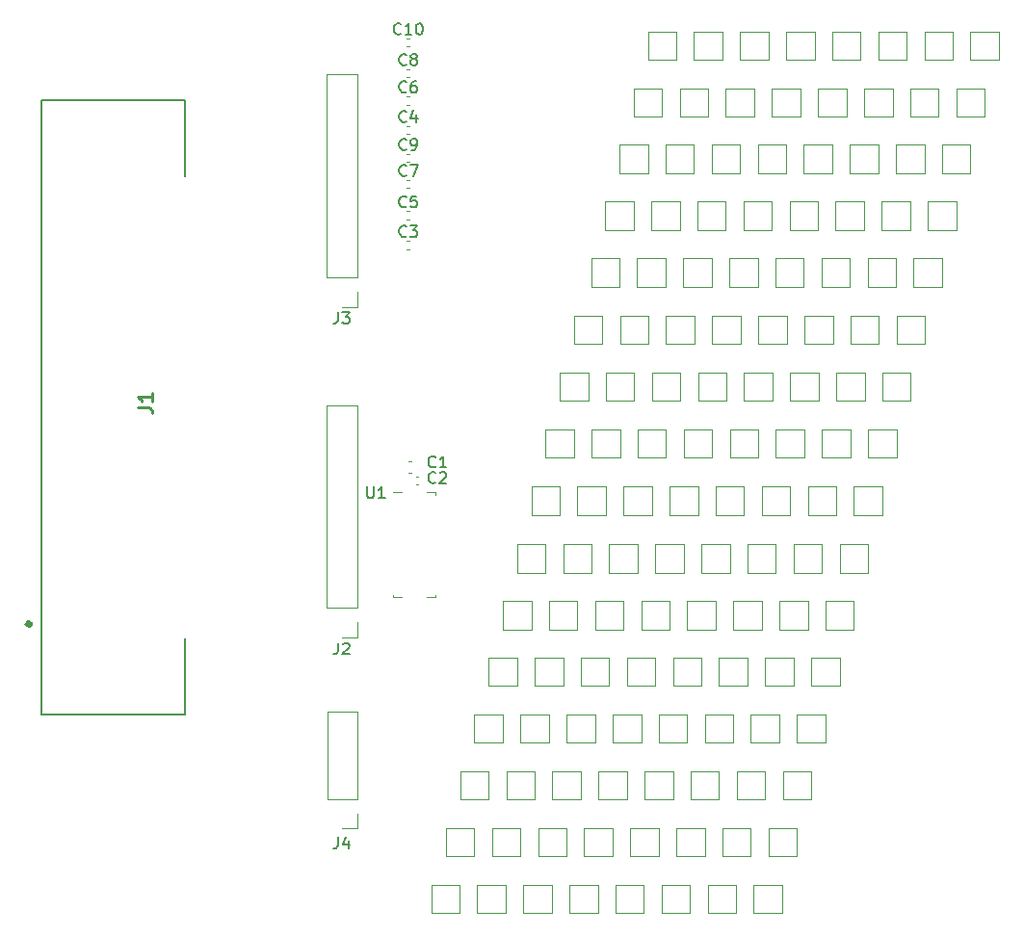
<source format=gbr>
%TF.GenerationSoftware,KiCad,Pcbnew,7.0.1*%
%TF.CreationDate,2023-03-19T16:13:32+09:00*%
%TF.ProjectId,keypad16,6b657970-6164-4313-962e-6b696361645f,rev?*%
%TF.SameCoordinates,Original*%
%TF.FileFunction,Legend,Top*%
%TF.FilePolarity,Positive*%
%FSLAX46Y46*%
G04 Gerber Fmt 4.6, Leading zero omitted, Abs format (unit mm)*
G04 Created by KiCad (PCBNEW 7.0.1) date 2023-03-19 16:13:32*
%MOMM*%
%LPD*%
G01*
G04 APERTURE LIST*
%ADD10C,0.150000*%
%ADD11C,0.254000*%
%ADD12C,0.100000*%
%ADD13C,0.120000*%
%ADD14C,0.200000*%
%ADD15C,0.500000*%
G04 APERTURE END LIST*
D10*
%TO.C,J3*%
X51666666Y-70702619D02*
X51666666Y-71416904D01*
X51666666Y-71416904D02*
X51619047Y-71559761D01*
X51619047Y-71559761D02*
X51523809Y-71655000D01*
X51523809Y-71655000D02*
X51380952Y-71702619D01*
X51380952Y-71702619D02*
X51285714Y-71702619D01*
X52047619Y-70702619D02*
X52666666Y-70702619D01*
X52666666Y-70702619D02*
X52333333Y-71083571D01*
X52333333Y-71083571D02*
X52476190Y-71083571D01*
X52476190Y-71083571D02*
X52571428Y-71131190D01*
X52571428Y-71131190D02*
X52619047Y-71178809D01*
X52619047Y-71178809D02*
X52666666Y-71274047D01*
X52666666Y-71274047D02*
X52666666Y-71512142D01*
X52666666Y-71512142D02*
X52619047Y-71607380D01*
X52619047Y-71607380D02*
X52571428Y-71655000D01*
X52571428Y-71655000D02*
X52476190Y-71702619D01*
X52476190Y-71702619D02*
X52190476Y-71702619D01*
X52190476Y-71702619D02*
X52095238Y-71655000D01*
X52095238Y-71655000D02*
X52047619Y-71607380D01*
%TO.C,C1*%
X60233333Y-84267380D02*
X60185714Y-84315000D01*
X60185714Y-84315000D02*
X60042857Y-84362619D01*
X60042857Y-84362619D02*
X59947619Y-84362619D01*
X59947619Y-84362619D02*
X59804762Y-84315000D01*
X59804762Y-84315000D02*
X59709524Y-84219761D01*
X59709524Y-84219761D02*
X59661905Y-84124523D01*
X59661905Y-84124523D02*
X59614286Y-83934047D01*
X59614286Y-83934047D02*
X59614286Y-83791190D01*
X59614286Y-83791190D02*
X59661905Y-83600714D01*
X59661905Y-83600714D02*
X59709524Y-83505476D01*
X59709524Y-83505476D02*
X59804762Y-83410238D01*
X59804762Y-83410238D02*
X59947619Y-83362619D01*
X59947619Y-83362619D02*
X60042857Y-83362619D01*
X60042857Y-83362619D02*
X60185714Y-83410238D01*
X60185714Y-83410238D02*
X60233333Y-83457857D01*
X61185714Y-84362619D02*
X60614286Y-84362619D01*
X60900000Y-84362619D02*
X60900000Y-83362619D01*
X60900000Y-83362619D02*
X60804762Y-83505476D01*
X60804762Y-83505476D02*
X60709524Y-83600714D01*
X60709524Y-83600714D02*
X60614286Y-83648333D01*
%TO.C,U1*%
X54238095Y-86062619D02*
X54238095Y-86872142D01*
X54238095Y-86872142D02*
X54285714Y-86967380D01*
X54285714Y-86967380D02*
X54333333Y-87015000D01*
X54333333Y-87015000D02*
X54428571Y-87062619D01*
X54428571Y-87062619D02*
X54619047Y-87062619D01*
X54619047Y-87062619D02*
X54714285Y-87015000D01*
X54714285Y-87015000D02*
X54761904Y-86967380D01*
X54761904Y-86967380D02*
X54809523Y-86872142D01*
X54809523Y-86872142D02*
X54809523Y-86062619D01*
X55809523Y-87062619D02*
X55238095Y-87062619D01*
X55523809Y-87062619D02*
X55523809Y-86062619D01*
X55523809Y-86062619D02*
X55428571Y-86205476D01*
X55428571Y-86205476D02*
X55333333Y-86300714D01*
X55333333Y-86300714D02*
X55238095Y-86348333D01*
%TO.C,J4*%
X51666666Y-116862619D02*
X51666666Y-117576904D01*
X51666666Y-117576904D02*
X51619047Y-117719761D01*
X51619047Y-117719761D02*
X51523809Y-117815000D01*
X51523809Y-117815000D02*
X51380952Y-117862619D01*
X51380952Y-117862619D02*
X51285714Y-117862619D01*
X52571428Y-117195952D02*
X52571428Y-117862619D01*
X52333333Y-116815000D02*
X52095238Y-117529285D01*
X52095238Y-117529285D02*
X52714285Y-117529285D01*
%TO.C,C6*%
X57663333Y-51307380D02*
X57615714Y-51355000D01*
X57615714Y-51355000D02*
X57472857Y-51402619D01*
X57472857Y-51402619D02*
X57377619Y-51402619D01*
X57377619Y-51402619D02*
X57234762Y-51355000D01*
X57234762Y-51355000D02*
X57139524Y-51259761D01*
X57139524Y-51259761D02*
X57091905Y-51164523D01*
X57091905Y-51164523D02*
X57044286Y-50974047D01*
X57044286Y-50974047D02*
X57044286Y-50831190D01*
X57044286Y-50831190D02*
X57091905Y-50640714D01*
X57091905Y-50640714D02*
X57139524Y-50545476D01*
X57139524Y-50545476D02*
X57234762Y-50450238D01*
X57234762Y-50450238D02*
X57377619Y-50402619D01*
X57377619Y-50402619D02*
X57472857Y-50402619D01*
X57472857Y-50402619D02*
X57615714Y-50450238D01*
X57615714Y-50450238D02*
X57663333Y-50497857D01*
X58520476Y-50402619D02*
X58330000Y-50402619D01*
X58330000Y-50402619D02*
X58234762Y-50450238D01*
X58234762Y-50450238D02*
X58187143Y-50497857D01*
X58187143Y-50497857D02*
X58091905Y-50640714D01*
X58091905Y-50640714D02*
X58044286Y-50831190D01*
X58044286Y-50831190D02*
X58044286Y-51212142D01*
X58044286Y-51212142D02*
X58091905Y-51307380D01*
X58091905Y-51307380D02*
X58139524Y-51355000D01*
X58139524Y-51355000D02*
X58234762Y-51402619D01*
X58234762Y-51402619D02*
X58425238Y-51402619D01*
X58425238Y-51402619D02*
X58520476Y-51355000D01*
X58520476Y-51355000D02*
X58568095Y-51307380D01*
X58568095Y-51307380D02*
X58615714Y-51212142D01*
X58615714Y-51212142D02*
X58615714Y-50974047D01*
X58615714Y-50974047D02*
X58568095Y-50878809D01*
X58568095Y-50878809D02*
X58520476Y-50831190D01*
X58520476Y-50831190D02*
X58425238Y-50783571D01*
X58425238Y-50783571D02*
X58234762Y-50783571D01*
X58234762Y-50783571D02*
X58139524Y-50831190D01*
X58139524Y-50831190D02*
X58091905Y-50878809D01*
X58091905Y-50878809D02*
X58044286Y-50974047D01*
%TO.C,J2*%
X51666666Y-99782619D02*
X51666666Y-100496904D01*
X51666666Y-100496904D02*
X51619047Y-100639761D01*
X51619047Y-100639761D02*
X51523809Y-100735000D01*
X51523809Y-100735000D02*
X51380952Y-100782619D01*
X51380952Y-100782619D02*
X51285714Y-100782619D01*
X52095238Y-99877857D02*
X52142857Y-99830238D01*
X52142857Y-99830238D02*
X52238095Y-99782619D01*
X52238095Y-99782619D02*
X52476190Y-99782619D01*
X52476190Y-99782619D02*
X52571428Y-99830238D01*
X52571428Y-99830238D02*
X52619047Y-99877857D01*
X52619047Y-99877857D02*
X52666666Y-99973095D01*
X52666666Y-99973095D02*
X52666666Y-100068333D01*
X52666666Y-100068333D02*
X52619047Y-100211190D01*
X52619047Y-100211190D02*
X52047619Y-100782619D01*
X52047619Y-100782619D02*
X52666666Y-100782619D01*
%TO.C,C10*%
X57187142Y-46207380D02*
X57139523Y-46255000D01*
X57139523Y-46255000D02*
X56996666Y-46302619D01*
X56996666Y-46302619D02*
X56901428Y-46302619D01*
X56901428Y-46302619D02*
X56758571Y-46255000D01*
X56758571Y-46255000D02*
X56663333Y-46159761D01*
X56663333Y-46159761D02*
X56615714Y-46064523D01*
X56615714Y-46064523D02*
X56568095Y-45874047D01*
X56568095Y-45874047D02*
X56568095Y-45731190D01*
X56568095Y-45731190D02*
X56615714Y-45540714D01*
X56615714Y-45540714D02*
X56663333Y-45445476D01*
X56663333Y-45445476D02*
X56758571Y-45350238D01*
X56758571Y-45350238D02*
X56901428Y-45302619D01*
X56901428Y-45302619D02*
X56996666Y-45302619D01*
X56996666Y-45302619D02*
X57139523Y-45350238D01*
X57139523Y-45350238D02*
X57187142Y-45397857D01*
X58139523Y-46302619D02*
X57568095Y-46302619D01*
X57853809Y-46302619D02*
X57853809Y-45302619D01*
X57853809Y-45302619D02*
X57758571Y-45445476D01*
X57758571Y-45445476D02*
X57663333Y-45540714D01*
X57663333Y-45540714D02*
X57568095Y-45588333D01*
X58758571Y-45302619D02*
X58853809Y-45302619D01*
X58853809Y-45302619D02*
X58949047Y-45350238D01*
X58949047Y-45350238D02*
X58996666Y-45397857D01*
X58996666Y-45397857D02*
X59044285Y-45493095D01*
X59044285Y-45493095D02*
X59091904Y-45683571D01*
X59091904Y-45683571D02*
X59091904Y-45921666D01*
X59091904Y-45921666D02*
X59044285Y-46112142D01*
X59044285Y-46112142D02*
X58996666Y-46207380D01*
X58996666Y-46207380D02*
X58949047Y-46255000D01*
X58949047Y-46255000D02*
X58853809Y-46302619D01*
X58853809Y-46302619D02*
X58758571Y-46302619D01*
X58758571Y-46302619D02*
X58663333Y-46255000D01*
X58663333Y-46255000D02*
X58615714Y-46207380D01*
X58615714Y-46207380D02*
X58568095Y-46112142D01*
X58568095Y-46112142D02*
X58520476Y-45921666D01*
X58520476Y-45921666D02*
X58520476Y-45683571D01*
X58520476Y-45683571D02*
X58568095Y-45493095D01*
X58568095Y-45493095D02*
X58615714Y-45397857D01*
X58615714Y-45397857D02*
X58663333Y-45350238D01*
X58663333Y-45350238D02*
X58758571Y-45302619D01*
D11*
%TO.C,J1*%
X34063526Y-79083332D02*
X34970669Y-79083332D01*
X34970669Y-79083332D02*
X35152097Y-79143809D01*
X35152097Y-79143809D02*
X35273050Y-79264761D01*
X35273050Y-79264761D02*
X35333526Y-79446190D01*
X35333526Y-79446190D02*
X35333526Y-79567142D01*
X35333526Y-77813332D02*
X35333526Y-78539047D01*
X35333526Y-78176190D02*
X34063526Y-78176190D01*
X34063526Y-78176190D02*
X34244954Y-78297142D01*
X34244954Y-78297142D02*
X34365907Y-78418094D01*
X34365907Y-78418094D02*
X34426383Y-78539047D01*
D10*
%TO.C,C4*%
X57663333Y-53907380D02*
X57615714Y-53955000D01*
X57615714Y-53955000D02*
X57472857Y-54002619D01*
X57472857Y-54002619D02*
X57377619Y-54002619D01*
X57377619Y-54002619D02*
X57234762Y-53955000D01*
X57234762Y-53955000D02*
X57139524Y-53859761D01*
X57139524Y-53859761D02*
X57091905Y-53764523D01*
X57091905Y-53764523D02*
X57044286Y-53574047D01*
X57044286Y-53574047D02*
X57044286Y-53431190D01*
X57044286Y-53431190D02*
X57091905Y-53240714D01*
X57091905Y-53240714D02*
X57139524Y-53145476D01*
X57139524Y-53145476D02*
X57234762Y-53050238D01*
X57234762Y-53050238D02*
X57377619Y-53002619D01*
X57377619Y-53002619D02*
X57472857Y-53002619D01*
X57472857Y-53002619D02*
X57615714Y-53050238D01*
X57615714Y-53050238D02*
X57663333Y-53097857D01*
X58520476Y-53335952D02*
X58520476Y-54002619D01*
X58282381Y-52955000D02*
X58044286Y-53669285D01*
X58044286Y-53669285D02*
X58663333Y-53669285D01*
%TO.C,C5*%
X57663333Y-61407380D02*
X57615714Y-61455000D01*
X57615714Y-61455000D02*
X57472857Y-61502619D01*
X57472857Y-61502619D02*
X57377619Y-61502619D01*
X57377619Y-61502619D02*
X57234762Y-61455000D01*
X57234762Y-61455000D02*
X57139524Y-61359761D01*
X57139524Y-61359761D02*
X57091905Y-61264523D01*
X57091905Y-61264523D02*
X57044286Y-61074047D01*
X57044286Y-61074047D02*
X57044286Y-60931190D01*
X57044286Y-60931190D02*
X57091905Y-60740714D01*
X57091905Y-60740714D02*
X57139524Y-60645476D01*
X57139524Y-60645476D02*
X57234762Y-60550238D01*
X57234762Y-60550238D02*
X57377619Y-60502619D01*
X57377619Y-60502619D02*
X57472857Y-60502619D01*
X57472857Y-60502619D02*
X57615714Y-60550238D01*
X57615714Y-60550238D02*
X57663333Y-60597857D01*
X58568095Y-60502619D02*
X58091905Y-60502619D01*
X58091905Y-60502619D02*
X58044286Y-60978809D01*
X58044286Y-60978809D02*
X58091905Y-60931190D01*
X58091905Y-60931190D02*
X58187143Y-60883571D01*
X58187143Y-60883571D02*
X58425238Y-60883571D01*
X58425238Y-60883571D02*
X58520476Y-60931190D01*
X58520476Y-60931190D02*
X58568095Y-60978809D01*
X58568095Y-60978809D02*
X58615714Y-61074047D01*
X58615714Y-61074047D02*
X58615714Y-61312142D01*
X58615714Y-61312142D02*
X58568095Y-61407380D01*
X58568095Y-61407380D02*
X58520476Y-61455000D01*
X58520476Y-61455000D02*
X58425238Y-61502619D01*
X58425238Y-61502619D02*
X58187143Y-61502619D01*
X58187143Y-61502619D02*
X58091905Y-61455000D01*
X58091905Y-61455000D02*
X58044286Y-61407380D01*
%TO.C,C3*%
X57663333Y-64007380D02*
X57615714Y-64055000D01*
X57615714Y-64055000D02*
X57472857Y-64102619D01*
X57472857Y-64102619D02*
X57377619Y-64102619D01*
X57377619Y-64102619D02*
X57234762Y-64055000D01*
X57234762Y-64055000D02*
X57139524Y-63959761D01*
X57139524Y-63959761D02*
X57091905Y-63864523D01*
X57091905Y-63864523D02*
X57044286Y-63674047D01*
X57044286Y-63674047D02*
X57044286Y-63531190D01*
X57044286Y-63531190D02*
X57091905Y-63340714D01*
X57091905Y-63340714D02*
X57139524Y-63245476D01*
X57139524Y-63245476D02*
X57234762Y-63150238D01*
X57234762Y-63150238D02*
X57377619Y-63102619D01*
X57377619Y-63102619D02*
X57472857Y-63102619D01*
X57472857Y-63102619D02*
X57615714Y-63150238D01*
X57615714Y-63150238D02*
X57663333Y-63197857D01*
X57996667Y-63102619D02*
X58615714Y-63102619D01*
X58615714Y-63102619D02*
X58282381Y-63483571D01*
X58282381Y-63483571D02*
X58425238Y-63483571D01*
X58425238Y-63483571D02*
X58520476Y-63531190D01*
X58520476Y-63531190D02*
X58568095Y-63578809D01*
X58568095Y-63578809D02*
X58615714Y-63674047D01*
X58615714Y-63674047D02*
X58615714Y-63912142D01*
X58615714Y-63912142D02*
X58568095Y-64007380D01*
X58568095Y-64007380D02*
X58520476Y-64055000D01*
X58520476Y-64055000D02*
X58425238Y-64102619D01*
X58425238Y-64102619D02*
X58139524Y-64102619D01*
X58139524Y-64102619D02*
X58044286Y-64055000D01*
X58044286Y-64055000D02*
X57996667Y-64007380D01*
%TO.C,C8*%
X57663333Y-48907380D02*
X57615714Y-48955000D01*
X57615714Y-48955000D02*
X57472857Y-49002619D01*
X57472857Y-49002619D02*
X57377619Y-49002619D01*
X57377619Y-49002619D02*
X57234762Y-48955000D01*
X57234762Y-48955000D02*
X57139524Y-48859761D01*
X57139524Y-48859761D02*
X57091905Y-48764523D01*
X57091905Y-48764523D02*
X57044286Y-48574047D01*
X57044286Y-48574047D02*
X57044286Y-48431190D01*
X57044286Y-48431190D02*
X57091905Y-48240714D01*
X57091905Y-48240714D02*
X57139524Y-48145476D01*
X57139524Y-48145476D02*
X57234762Y-48050238D01*
X57234762Y-48050238D02*
X57377619Y-48002619D01*
X57377619Y-48002619D02*
X57472857Y-48002619D01*
X57472857Y-48002619D02*
X57615714Y-48050238D01*
X57615714Y-48050238D02*
X57663333Y-48097857D01*
X58234762Y-48431190D02*
X58139524Y-48383571D01*
X58139524Y-48383571D02*
X58091905Y-48335952D01*
X58091905Y-48335952D02*
X58044286Y-48240714D01*
X58044286Y-48240714D02*
X58044286Y-48193095D01*
X58044286Y-48193095D02*
X58091905Y-48097857D01*
X58091905Y-48097857D02*
X58139524Y-48050238D01*
X58139524Y-48050238D02*
X58234762Y-48002619D01*
X58234762Y-48002619D02*
X58425238Y-48002619D01*
X58425238Y-48002619D02*
X58520476Y-48050238D01*
X58520476Y-48050238D02*
X58568095Y-48097857D01*
X58568095Y-48097857D02*
X58615714Y-48193095D01*
X58615714Y-48193095D02*
X58615714Y-48240714D01*
X58615714Y-48240714D02*
X58568095Y-48335952D01*
X58568095Y-48335952D02*
X58520476Y-48383571D01*
X58520476Y-48383571D02*
X58425238Y-48431190D01*
X58425238Y-48431190D02*
X58234762Y-48431190D01*
X58234762Y-48431190D02*
X58139524Y-48478809D01*
X58139524Y-48478809D02*
X58091905Y-48526428D01*
X58091905Y-48526428D02*
X58044286Y-48621666D01*
X58044286Y-48621666D02*
X58044286Y-48812142D01*
X58044286Y-48812142D02*
X58091905Y-48907380D01*
X58091905Y-48907380D02*
X58139524Y-48955000D01*
X58139524Y-48955000D02*
X58234762Y-49002619D01*
X58234762Y-49002619D02*
X58425238Y-49002619D01*
X58425238Y-49002619D02*
X58520476Y-48955000D01*
X58520476Y-48955000D02*
X58568095Y-48907380D01*
X58568095Y-48907380D02*
X58615714Y-48812142D01*
X58615714Y-48812142D02*
X58615714Y-48621666D01*
X58615714Y-48621666D02*
X58568095Y-48526428D01*
X58568095Y-48526428D02*
X58520476Y-48478809D01*
X58520476Y-48478809D02*
X58425238Y-48431190D01*
%TO.C,C7*%
X57663333Y-58657380D02*
X57615714Y-58705000D01*
X57615714Y-58705000D02*
X57472857Y-58752619D01*
X57472857Y-58752619D02*
X57377619Y-58752619D01*
X57377619Y-58752619D02*
X57234762Y-58705000D01*
X57234762Y-58705000D02*
X57139524Y-58609761D01*
X57139524Y-58609761D02*
X57091905Y-58514523D01*
X57091905Y-58514523D02*
X57044286Y-58324047D01*
X57044286Y-58324047D02*
X57044286Y-58181190D01*
X57044286Y-58181190D02*
X57091905Y-57990714D01*
X57091905Y-57990714D02*
X57139524Y-57895476D01*
X57139524Y-57895476D02*
X57234762Y-57800238D01*
X57234762Y-57800238D02*
X57377619Y-57752619D01*
X57377619Y-57752619D02*
X57472857Y-57752619D01*
X57472857Y-57752619D02*
X57615714Y-57800238D01*
X57615714Y-57800238D02*
X57663333Y-57847857D01*
X57996667Y-57752619D02*
X58663333Y-57752619D01*
X58663333Y-57752619D02*
X58234762Y-58752619D01*
%TO.C,C2*%
X60233333Y-85667380D02*
X60185714Y-85715000D01*
X60185714Y-85715000D02*
X60042857Y-85762619D01*
X60042857Y-85762619D02*
X59947619Y-85762619D01*
X59947619Y-85762619D02*
X59804762Y-85715000D01*
X59804762Y-85715000D02*
X59709524Y-85619761D01*
X59709524Y-85619761D02*
X59661905Y-85524523D01*
X59661905Y-85524523D02*
X59614286Y-85334047D01*
X59614286Y-85334047D02*
X59614286Y-85191190D01*
X59614286Y-85191190D02*
X59661905Y-85000714D01*
X59661905Y-85000714D02*
X59709524Y-84905476D01*
X59709524Y-84905476D02*
X59804762Y-84810238D01*
X59804762Y-84810238D02*
X59947619Y-84762619D01*
X59947619Y-84762619D02*
X60042857Y-84762619D01*
X60042857Y-84762619D02*
X60185714Y-84810238D01*
X60185714Y-84810238D02*
X60233333Y-84857857D01*
X60614286Y-84857857D02*
X60661905Y-84810238D01*
X60661905Y-84810238D02*
X60757143Y-84762619D01*
X60757143Y-84762619D02*
X60995238Y-84762619D01*
X60995238Y-84762619D02*
X61090476Y-84810238D01*
X61090476Y-84810238D02*
X61138095Y-84857857D01*
X61138095Y-84857857D02*
X61185714Y-84953095D01*
X61185714Y-84953095D02*
X61185714Y-85048333D01*
X61185714Y-85048333D02*
X61138095Y-85191190D01*
X61138095Y-85191190D02*
X60566667Y-85762619D01*
X60566667Y-85762619D02*
X61185714Y-85762619D01*
%TO.C,C9*%
X57663333Y-56357380D02*
X57615714Y-56405000D01*
X57615714Y-56405000D02*
X57472857Y-56452619D01*
X57472857Y-56452619D02*
X57377619Y-56452619D01*
X57377619Y-56452619D02*
X57234762Y-56405000D01*
X57234762Y-56405000D02*
X57139524Y-56309761D01*
X57139524Y-56309761D02*
X57091905Y-56214523D01*
X57091905Y-56214523D02*
X57044286Y-56024047D01*
X57044286Y-56024047D02*
X57044286Y-55881190D01*
X57044286Y-55881190D02*
X57091905Y-55690714D01*
X57091905Y-55690714D02*
X57139524Y-55595476D01*
X57139524Y-55595476D02*
X57234762Y-55500238D01*
X57234762Y-55500238D02*
X57377619Y-55452619D01*
X57377619Y-55452619D02*
X57472857Y-55452619D01*
X57472857Y-55452619D02*
X57615714Y-55500238D01*
X57615714Y-55500238D02*
X57663333Y-55547857D01*
X58139524Y-56452619D02*
X58330000Y-56452619D01*
X58330000Y-56452619D02*
X58425238Y-56405000D01*
X58425238Y-56405000D02*
X58472857Y-56357380D01*
X58472857Y-56357380D02*
X58568095Y-56214523D01*
X58568095Y-56214523D02*
X58615714Y-56024047D01*
X58615714Y-56024047D02*
X58615714Y-55643095D01*
X58615714Y-55643095D02*
X58568095Y-55547857D01*
X58568095Y-55547857D02*
X58520476Y-55500238D01*
X58520476Y-55500238D02*
X58425238Y-55452619D01*
X58425238Y-55452619D02*
X58234762Y-55452619D01*
X58234762Y-55452619D02*
X58139524Y-55500238D01*
X58139524Y-55500238D02*
X58091905Y-55547857D01*
X58091905Y-55547857D02*
X58044286Y-55643095D01*
X58044286Y-55643095D02*
X58044286Y-55881190D01*
X58044286Y-55881190D02*
X58091905Y-55976428D01*
X58091905Y-55976428D02*
X58139524Y-56024047D01*
X58139524Y-56024047D02*
X58234762Y-56071666D01*
X58234762Y-56071666D02*
X58425238Y-56071666D01*
X58425238Y-56071666D02*
X58520476Y-56024047D01*
X58520476Y-56024047D02*
X58568095Y-55976428D01*
X58568095Y-55976428D02*
X58615714Y-55881190D01*
D12*
%TO.C,TP123*%
X74900000Y-73494000D02*
X72400000Y-73494000D01*
X72400000Y-73494000D02*
X72400000Y-70994000D01*
X72400000Y-70994000D02*
X74900000Y-70994000D01*
X74900000Y-70994000D02*
X74900000Y-73494000D01*
%TO.C,TP4*%
X94500000Y-108550000D02*
X92000000Y-108550000D01*
X92000000Y-108550000D02*
X92000000Y-106050000D01*
X92000000Y-106050000D02*
X94500000Y-106050000D01*
X94500000Y-106050000D02*
X94500000Y-108550000D01*
%TO.C,TP21*%
X87650000Y-103550000D02*
X85150000Y-103550000D01*
X85150000Y-103550000D02*
X85150000Y-101050000D01*
X85150000Y-101050000D02*
X87650000Y-101050000D01*
X87650000Y-101050000D02*
X87650000Y-103550000D01*
%TO.C,TP96*%
X97600000Y-48550000D02*
X95100000Y-48550000D01*
X95100000Y-48550000D02*
X95100000Y-46050000D01*
X95100000Y-46050000D02*
X97600000Y-46050000D01*
X97600000Y-46050000D02*
X97600000Y-48550000D01*
%TO.C,TP107*%
X83000000Y-73494000D02*
X80500000Y-73494000D01*
X80500000Y-73494000D02*
X80500000Y-70994000D01*
X80500000Y-70994000D02*
X83000000Y-70994000D01*
X83000000Y-70994000D02*
X83000000Y-73494000D01*
%TO.C,TP98*%
X85800000Y-78494000D02*
X83300000Y-78494000D01*
X83300000Y-78494000D02*
X83300000Y-75994000D01*
X83300000Y-75994000D02*
X85800000Y-75994000D01*
X85800000Y-75994000D02*
X85800000Y-78494000D01*
%TO.C,TP27*%
X81100000Y-113550000D02*
X78600000Y-113550000D01*
X78600000Y-113550000D02*
X78600000Y-111050000D01*
X78600000Y-111050000D02*
X81100000Y-111050000D01*
X81100000Y-111050000D02*
X81100000Y-113550000D01*
%TO.C,TP17*%
X82600000Y-123550000D02*
X80100000Y-123550000D01*
X80100000Y-123550000D02*
X80100000Y-121050000D01*
X80100000Y-121050000D02*
X82600000Y-121050000D01*
X82600000Y-121050000D02*
X82600000Y-123550000D01*
%TO.C,TP121*%
X72400000Y-83494000D02*
X69900000Y-83494000D01*
X69900000Y-83494000D02*
X69900000Y-80994000D01*
X69900000Y-80994000D02*
X72400000Y-80994000D01*
X72400000Y-80994000D02*
X72400000Y-83494000D01*
%TO.C,TP92*%
X92600000Y-68494000D02*
X90100000Y-68494000D01*
X90100000Y-68494000D02*
X90100000Y-65994000D01*
X90100000Y-65994000D02*
X92600000Y-65994000D01*
X92600000Y-65994000D02*
X92600000Y-68494000D01*
%TO.C,TP97*%
X84550000Y-83494000D02*
X82050000Y-83494000D01*
X82050000Y-83494000D02*
X82050000Y-80994000D01*
X82050000Y-80994000D02*
X84550000Y-80994000D01*
X84550000Y-80994000D02*
X84550000Y-83494000D01*
%TO.C,TP109*%
X85750000Y-63494000D02*
X83250000Y-63494000D01*
X83250000Y-63494000D02*
X83250000Y-60994000D01*
X83250000Y-60994000D02*
X85750000Y-60994000D01*
X85750000Y-60994000D02*
X85750000Y-63494000D01*
%TO.C,TP26*%
X79850000Y-118550000D02*
X77350000Y-118550000D01*
X77350000Y-118550000D02*
X77350000Y-116050000D01*
X77350000Y-116050000D02*
X79850000Y-116050000D01*
X79850000Y-116050000D02*
X79850000Y-118550000D01*
%TO.C,TP56*%
X75200000Y-88550000D02*
X72700000Y-88550000D01*
X72700000Y-88550000D02*
X72700000Y-86050000D01*
X72700000Y-86050000D02*
X75200000Y-86050000D01*
X75200000Y-86050000D02*
X75200000Y-88550000D01*
%TO.C,TP1*%
X90700000Y-123550000D02*
X88200000Y-123550000D01*
X88200000Y-123550000D02*
X88200000Y-121050000D01*
X88200000Y-121050000D02*
X90700000Y-121050000D01*
X90700000Y-121050000D02*
X90700000Y-123550000D01*
%TO.C,TP42*%
X71750000Y-118550000D02*
X69250000Y-118550000D01*
X69250000Y-118550000D02*
X69250000Y-116050000D01*
X69250000Y-116050000D02*
X71750000Y-116050000D01*
X71750000Y-116050000D02*
X71750000Y-118550000D01*
D13*
%TO.C,J3*%
X53330000Y-70240000D02*
X52000000Y-70240000D01*
X53330000Y-68910000D02*
X53330000Y-70240000D01*
X53330000Y-67640000D02*
X53330000Y-49800000D01*
X53330000Y-67640000D02*
X50670000Y-67640000D01*
X53330000Y-49800000D02*
X50670000Y-49800000D01*
X50670000Y-67640000D02*
X50670000Y-49800000D01*
D12*
%TO.C,TP71*%
X108500000Y-53550000D02*
X106000000Y-53550000D01*
X106000000Y-53550000D02*
X106000000Y-51050000D01*
X106000000Y-51050000D02*
X108500000Y-51050000D01*
X108500000Y-51050000D02*
X108500000Y-53550000D01*
%TO.C,TP57*%
X62350000Y-123550000D02*
X59850000Y-123550000D01*
X59850000Y-123550000D02*
X59850000Y-121050000D01*
X59850000Y-121050000D02*
X62350000Y-121050000D01*
X62350000Y-121050000D02*
X62350000Y-123550000D01*
%TO.C,TP32*%
X87350000Y-88550000D02*
X84850000Y-88550000D01*
X84850000Y-88550000D02*
X84850000Y-86050000D01*
X84850000Y-86050000D02*
X87350000Y-86050000D01*
X87350000Y-86050000D02*
X87350000Y-88550000D01*
%TO.C,TP72*%
X109750000Y-48550000D02*
X107250000Y-48550000D01*
X107250000Y-48550000D02*
X107250000Y-46050000D01*
X107250000Y-46050000D02*
X109750000Y-46050000D01*
X109750000Y-46050000D02*
X109750000Y-48550000D01*
%TO.C,TP38*%
X80800000Y-98600000D02*
X78300000Y-98600000D01*
X78300000Y-98600000D02*
X78300000Y-96100000D01*
X78300000Y-96100000D02*
X80800000Y-96100000D01*
X80800000Y-96100000D02*
X80800000Y-98600000D01*
%TO.C,TP91*%
X91100000Y-73494000D02*
X88600000Y-73494000D01*
X88600000Y-73494000D02*
X88600000Y-70994000D01*
X88600000Y-70994000D02*
X91100000Y-70994000D01*
X91100000Y-70994000D02*
X91100000Y-73494000D01*
%TO.C,TP127*%
X80150000Y-53550000D02*
X77650000Y-53550000D01*
X77650000Y-53550000D02*
X77650000Y-51050000D01*
X77650000Y-51050000D02*
X80150000Y-51050000D01*
X80150000Y-51050000D02*
X80150000Y-53550000D01*
%TO.C,TP60*%
X66150000Y-108550000D02*
X63650000Y-108550000D01*
X63650000Y-108550000D02*
X63650000Y-106050000D01*
X63650000Y-106050000D02*
X66150000Y-106050000D01*
X66150000Y-106050000D02*
X66150000Y-108550000D01*
%TO.C,TP125*%
X77650000Y-63494000D02*
X75150000Y-63494000D01*
X75150000Y-63494000D02*
X75150000Y-60994000D01*
X75150000Y-60994000D02*
X77650000Y-60994000D01*
X77650000Y-60994000D02*
X77650000Y-63494000D01*
%TO.C,TP118*%
X82950000Y-58494000D02*
X80450000Y-58494000D01*
X80450000Y-58494000D02*
X80450000Y-55994000D01*
X80450000Y-55994000D02*
X82950000Y-55994000D01*
X82950000Y-55994000D02*
X82950000Y-58494000D01*
%TO.C,TP89*%
X88600000Y-83494000D02*
X86100000Y-83494000D01*
X86100000Y-83494000D02*
X86100000Y-80994000D01*
X86100000Y-80994000D02*
X88600000Y-80994000D01*
X88600000Y-80994000D02*
X88600000Y-83494000D01*
D13*
%TO.C,C1*%
X58140580Y-84810000D02*
X57859420Y-84810000D01*
X58140580Y-83790000D02*
X57859420Y-83790000D01*
D12*
%TO.C,TP18*%
X83900000Y-118550000D02*
X81400000Y-118550000D01*
X81400000Y-118550000D02*
X81400000Y-116050000D01*
X81400000Y-116050000D02*
X83900000Y-116050000D01*
X83900000Y-116050000D02*
X83900000Y-118550000D01*
%TO.C,TP36*%
X78300000Y-108550000D02*
X75800000Y-108550000D01*
X75800000Y-108550000D02*
X75800000Y-106050000D01*
X75800000Y-106050000D02*
X78300000Y-106050000D01*
X78300000Y-106050000D02*
X78300000Y-108550000D01*
%TO.C,TP116*%
X80450000Y-68494000D02*
X77950000Y-68494000D01*
X77950000Y-68494000D02*
X77950000Y-65994000D01*
X77950000Y-65994000D02*
X80450000Y-65994000D01*
X80450000Y-65994000D02*
X80450000Y-68494000D01*
D13*
%TO.C,U1*%
X56500000Y-95780000D02*
X56500000Y-95555000D01*
X57225000Y-86560000D02*
X56500000Y-86560000D01*
X57225000Y-95780000D02*
X56500000Y-95780000D01*
X59495000Y-86560000D02*
X60220000Y-86560000D01*
X59495000Y-95780000D02*
X60220000Y-95780000D01*
X60220000Y-86560000D02*
X60220000Y-86785000D01*
X60220000Y-95780000D02*
X60220000Y-95555000D01*
%TO.C,J4*%
X53380000Y-116110000D02*
X52050000Y-116110000D01*
X53380000Y-114780000D02*
X53380000Y-116110000D01*
X53380000Y-113510000D02*
X53380000Y-105830000D01*
X53380000Y-113510000D02*
X50720000Y-113510000D01*
X53380000Y-105830000D02*
X50720000Y-105830000D01*
X50720000Y-113510000D02*
X50720000Y-105830000D01*
D12*
%TO.C,TP77*%
X101950000Y-63494000D02*
X99450000Y-63494000D01*
X99450000Y-63494000D02*
X99450000Y-60994000D01*
X99450000Y-60994000D02*
X101950000Y-60994000D01*
X101950000Y-60994000D02*
X101950000Y-63494000D01*
%TO.C,TP84*%
X96650000Y-68494000D02*
X94150000Y-68494000D01*
X94150000Y-68494000D02*
X94150000Y-65994000D01*
X94150000Y-65994000D02*
X96650000Y-65994000D01*
X96650000Y-65994000D02*
X96650000Y-68494000D01*
D13*
%TO.C,C6*%
X57722164Y-51740000D02*
X57937836Y-51740000D01*
X57722164Y-52460000D02*
X57937836Y-52460000D01*
D12*
%TO.C,TP7*%
X98250000Y-93600000D02*
X95750000Y-93600000D01*
X95750000Y-93600000D02*
X95750000Y-91100000D01*
X95750000Y-91100000D02*
X98250000Y-91100000D01*
X98250000Y-91100000D02*
X98250000Y-93600000D01*
%TO.C,TP52*%
X70200000Y-108550000D02*
X67700000Y-108550000D01*
X67700000Y-108550000D02*
X67700000Y-106050000D01*
X67700000Y-106050000D02*
X70200000Y-106050000D01*
X70200000Y-106050000D02*
X70200000Y-108550000D01*
%TO.C,TP58*%
X63650000Y-118550000D02*
X61150000Y-118550000D01*
X61150000Y-118550000D02*
X61150000Y-116050000D01*
X61150000Y-116050000D02*
X63650000Y-116050000D01*
X63650000Y-116050000D02*
X63650000Y-118550000D01*
D13*
%TO.C,J2*%
X53330000Y-99320000D02*
X52000000Y-99320000D01*
X53330000Y-97990000D02*
X53330000Y-99320000D01*
X53330000Y-96720000D02*
X53330000Y-78880000D01*
X53330000Y-96720000D02*
X50670000Y-96720000D01*
X53330000Y-78880000D02*
X50670000Y-78880000D01*
X50670000Y-96720000D02*
X50670000Y-78880000D01*
D12*
%TO.C,TP48*%
X79250000Y-88550000D02*
X76750000Y-88550000D01*
X76750000Y-88550000D02*
X76750000Y-86050000D01*
X76750000Y-86050000D02*
X79250000Y-86050000D01*
X79250000Y-86050000D02*
X79250000Y-88550000D01*
%TO.C,TP40*%
X83300000Y-88550000D02*
X80800000Y-88550000D01*
X80800000Y-88550000D02*
X80800000Y-86050000D01*
X80800000Y-86050000D02*
X83300000Y-86050000D01*
X83300000Y-86050000D02*
X83300000Y-88550000D01*
D13*
%TO.C,C10*%
X57722164Y-46640000D02*
X57937836Y-46640000D01*
X57722164Y-47360000D02*
X57937836Y-47360000D01*
D12*
%TO.C,TP9*%
X86650000Y-123550000D02*
X84150000Y-123550000D01*
X84150000Y-123550000D02*
X84150000Y-121050000D01*
X84150000Y-121050000D02*
X86650000Y-121050000D01*
X86650000Y-121050000D02*
X86650000Y-123550000D01*
%TO.C,TP19*%
X85150000Y-113550000D02*
X82650000Y-113550000D01*
X82650000Y-113550000D02*
X82650000Y-111050000D01*
X82650000Y-111050000D02*
X85150000Y-111050000D01*
X85150000Y-111050000D02*
X85150000Y-113550000D01*
%TO.C,TP115*%
X78950000Y-73494000D02*
X76450000Y-73494000D01*
X76450000Y-73494000D02*
X76450000Y-70994000D01*
X76450000Y-70994000D02*
X78950000Y-70994000D01*
X78950000Y-70994000D02*
X78950000Y-73494000D01*
%TO.C,TP110*%
X87000000Y-58494000D02*
X84500000Y-58494000D01*
X84500000Y-58494000D02*
X84500000Y-55994000D01*
X84500000Y-55994000D02*
X87000000Y-55994000D01*
X87000000Y-55994000D02*
X87000000Y-58494000D01*
%TO.C,TP44*%
X74250000Y-108550000D02*
X71750000Y-108550000D01*
X71750000Y-108550000D02*
X71750000Y-106050000D01*
X71750000Y-106050000D02*
X74250000Y-106050000D01*
X74250000Y-106050000D02*
X74250000Y-108550000D01*
%TO.C,TP23*%
X90150000Y-93600000D02*
X87650000Y-93600000D01*
X87650000Y-93600000D02*
X87650000Y-91100000D01*
X87650000Y-91100000D02*
X90150000Y-91100000D01*
X90150000Y-91100000D02*
X90150000Y-93600000D01*
%TO.C,TP74*%
X97950000Y-78494000D02*
X95450000Y-78494000D01*
X95450000Y-78494000D02*
X95450000Y-75994000D01*
X95450000Y-75994000D02*
X97950000Y-75994000D01*
X97950000Y-75994000D02*
X97950000Y-78494000D01*
%TO.C,TP112*%
X89500000Y-48550000D02*
X87000000Y-48550000D01*
X87000000Y-48550000D02*
X87000000Y-46050000D01*
X87000000Y-46050000D02*
X89500000Y-46050000D01*
X89500000Y-46050000D02*
X89500000Y-48550000D01*
%TO.C,TP114*%
X77700000Y-78494000D02*
X75200000Y-78494000D01*
X75200000Y-78494000D02*
X75200000Y-75994000D01*
X75200000Y-75994000D02*
X77700000Y-75994000D01*
X77700000Y-75994000D02*
X77700000Y-78494000D01*
%TO.C,TP66*%
X102000000Y-78494000D02*
X99500000Y-78494000D01*
X99500000Y-78494000D02*
X99500000Y-75994000D01*
X99500000Y-75994000D02*
X102000000Y-75994000D01*
X102000000Y-75994000D02*
X102000000Y-78494000D01*
%TO.C,TP85*%
X97900000Y-63494000D02*
X95400000Y-63494000D01*
X95400000Y-63494000D02*
X95400000Y-60994000D01*
X95400000Y-60994000D02*
X97900000Y-60994000D01*
X97900000Y-60994000D02*
X97900000Y-63494000D01*
%TO.C,TP15*%
X94200000Y-93600000D02*
X91700000Y-93600000D01*
X91700000Y-93600000D02*
X91700000Y-91100000D01*
X91700000Y-91100000D02*
X94200000Y-91100000D01*
X94200000Y-91100000D02*
X94200000Y-93600000D01*
%TO.C,TP87*%
X100400000Y-53550000D02*
X97900000Y-53550000D01*
X97900000Y-53550000D02*
X97900000Y-51050000D01*
X97900000Y-51050000D02*
X100400000Y-51050000D01*
X100400000Y-51050000D02*
X100400000Y-53550000D01*
%TO.C,TP94*%
X95100000Y-58494000D02*
X92600000Y-58494000D01*
X92600000Y-58494000D02*
X92600000Y-55994000D01*
X92600000Y-55994000D02*
X95100000Y-55994000D01*
X95100000Y-55994000D02*
X95100000Y-58494000D01*
%TO.C,TP69*%
X106000000Y-63494000D02*
X103500000Y-63494000D01*
X103500000Y-63494000D02*
X103500000Y-60994000D01*
X103500000Y-60994000D02*
X106000000Y-60994000D01*
X106000000Y-60994000D02*
X106000000Y-63494000D01*
D14*
%TO.C,J1*%
X38223000Y-52100000D02*
X25583000Y-52100000D01*
X38223000Y-52100000D02*
X38223000Y-58765000D01*
X25583000Y-52100000D02*
X25583000Y-106100000D01*
X38223000Y-106100000D02*
X38223000Y-99435000D01*
X25583000Y-106100000D02*
X38223000Y-106100000D01*
D15*
X24605000Y-98137000D02*
G75*
G03*
X24605000Y-98137000I-129000J0D01*
G01*
D12*
%TO.C,TP101*%
X89800000Y-63494000D02*
X87300000Y-63494000D01*
X87300000Y-63494000D02*
X87300000Y-60994000D01*
X87300000Y-60994000D02*
X89800000Y-60994000D01*
X89800000Y-60994000D02*
X89800000Y-63494000D01*
%TO.C,TP120*%
X85450000Y-48550000D02*
X82950000Y-48550000D01*
X82950000Y-48550000D02*
X82950000Y-46050000D01*
X82950000Y-46050000D02*
X85450000Y-46050000D01*
X85450000Y-46050000D02*
X85450000Y-48550000D01*
%TO.C,TP2*%
X92000000Y-118550000D02*
X89500000Y-118550000D01*
X89500000Y-118550000D02*
X89500000Y-116050000D01*
X89500000Y-116050000D02*
X92000000Y-116050000D01*
X92000000Y-116050000D02*
X92000000Y-118550000D01*
%TO.C,TP16*%
X95450000Y-88550000D02*
X92950000Y-88550000D01*
X92950000Y-88550000D02*
X92950000Y-86050000D01*
X92950000Y-86050000D02*
X95450000Y-86050000D01*
X95450000Y-86050000D02*
X95450000Y-88550000D01*
%TO.C,TP14*%
X92950000Y-98600000D02*
X90450000Y-98600000D01*
X90450000Y-98600000D02*
X90450000Y-96100000D01*
X90450000Y-96100000D02*
X92950000Y-96100000D01*
X92950000Y-96100000D02*
X92950000Y-98600000D01*
%TO.C,TP75*%
X99200000Y-73494000D02*
X96700000Y-73494000D01*
X96700000Y-73494000D02*
X96700000Y-70994000D01*
X96700000Y-70994000D02*
X99200000Y-70994000D01*
X99200000Y-70994000D02*
X99200000Y-73494000D01*
%TO.C,TP105*%
X80500000Y-83494000D02*
X78000000Y-83494000D01*
X78000000Y-83494000D02*
X78000000Y-80994000D01*
X78000000Y-80994000D02*
X80500000Y-80994000D01*
X80500000Y-80994000D02*
X80500000Y-83494000D01*
%TO.C,TP76*%
X100700000Y-68494000D02*
X98200000Y-68494000D01*
X98200000Y-68494000D02*
X98200000Y-65994000D01*
X98200000Y-65994000D02*
X100700000Y-65994000D01*
X100700000Y-65994000D02*
X100700000Y-68494000D01*
D13*
%TO.C,C4*%
X57722164Y-54340000D02*
X57937836Y-54340000D01*
X57722164Y-55060000D02*
X57937836Y-55060000D01*
D12*
%TO.C,TP95*%
X96350000Y-53550000D02*
X93850000Y-53550000D01*
X93850000Y-53550000D02*
X93850000Y-51050000D01*
X93850000Y-51050000D02*
X96350000Y-51050000D01*
X96350000Y-51050000D02*
X96350000Y-53550000D01*
D13*
%TO.C,C5*%
X57722164Y-61840000D02*
X57937836Y-61840000D01*
X57722164Y-62560000D02*
X57937836Y-62560000D01*
D12*
%TO.C,TP111*%
X88250000Y-53550000D02*
X85750000Y-53550000D01*
X85750000Y-53550000D02*
X85750000Y-51050000D01*
X85750000Y-51050000D02*
X88250000Y-51050000D01*
X88250000Y-51050000D02*
X88250000Y-53550000D01*
%TO.C,TP47*%
X78000000Y-93600000D02*
X75500000Y-93600000D01*
X75500000Y-93600000D02*
X75500000Y-91100000D01*
X75500000Y-91100000D02*
X78000000Y-91100000D01*
X78000000Y-91100000D02*
X78000000Y-93600000D01*
%TO.C,TP108*%
X84500000Y-68494000D02*
X82000000Y-68494000D01*
X82000000Y-68494000D02*
X82000000Y-65994000D01*
X82000000Y-65994000D02*
X84500000Y-65994000D01*
X84500000Y-65994000D02*
X84500000Y-68494000D01*
%TO.C,TP46*%
X76750000Y-98600000D02*
X74250000Y-98600000D01*
X74250000Y-98600000D02*
X74250000Y-96100000D01*
X74250000Y-96100000D02*
X76750000Y-96100000D01*
X76750000Y-96100000D02*
X76750000Y-98600000D01*
%TO.C,TP86*%
X99150000Y-58494000D02*
X96650000Y-58494000D01*
X96650000Y-58494000D02*
X96650000Y-55994000D01*
X96650000Y-55994000D02*
X99150000Y-55994000D01*
X99150000Y-55994000D02*
X99150000Y-58494000D01*
D13*
%TO.C,C3*%
X57722164Y-64440000D02*
X57937836Y-64440000D01*
X57722164Y-65160000D02*
X57937836Y-65160000D01*
D12*
%TO.C,TP81*%
X92650000Y-83494000D02*
X90150000Y-83494000D01*
X90150000Y-83494000D02*
X90150000Y-80994000D01*
X90150000Y-80994000D02*
X92650000Y-80994000D01*
X92650000Y-80994000D02*
X92650000Y-83494000D01*
%TO.C,TP12*%
X90450000Y-108550000D02*
X87950000Y-108550000D01*
X87950000Y-108550000D02*
X87950000Y-106050000D01*
X87950000Y-106050000D02*
X90450000Y-106050000D01*
X90450000Y-106050000D02*
X90450000Y-108550000D01*
%TO.C,TP82*%
X93900000Y-78494000D02*
X91400000Y-78494000D01*
X91400000Y-78494000D02*
X91400000Y-75994000D01*
X91400000Y-75994000D02*
X93900000Y-75994000D01*
X93900000Y-75994000D02*
X93900000Y-78494000D01*
%TO.C,TP43*%
X73000000Y-113550000D02*
X70500000Y-113550000D01*
X70500000Y-113550000D02*
X70500000Y-111050000D01*
X70500000Y-111050000D02*
X73000000Y-111050000D01*
X73000000Y-111050000D02*
X73000000Y-113550000D01*
%TO.C,TP67*%
X103250000Y-73494000D02*
X100750000Y-73494000D01*
X100750000Y-73494000D02*
X100750000Y-70994000D01*
X100750000Y-70994000D02*
X103250000Y-70994000D01*
X103250000Y-70994000D02*
X103250000Y-73494000D01*
%TO.C,TP83*%
X95150000Y-73494000D02*
X92650000Y-73494000D01*
X92650000Y-73494000D02*
X92650000Y-70994000D01*
X92650000Y-70994000D02*
X95150000Y-70994000D01*
X95150000Y-70994000D02*
X95150000Y-73494000D01*
%TO.C,TP8*%
X99500000Y-88550000D02*
X97000000Y-88550000D01*
X97000000Y-88550000D02*
X97000000Y-86050000D01*
X97000000Y-86050000D02*
X99500000Y-86050000D01*
X99500000Y-86050000D02*
X99500000Y-88550000D01*
%TO.C,TP102*%
X91050000Y-58494000D02*
X88550000Y-58494000D01*
X88550000Y-58494000D02*
X88550000Y-55994000D01*
X88550000Y-55994000D02*
X91050000Y-55994000D01*
X91050000Y-55994000D02*
X91050000Y-58494000D01*
%TO.C,TP124*%
X76400000Y-68494000D02*
X73900000Y-68494000D01*
X73900000Y-68494000D02*
X73900000Y-65994000D01*
X73900000Y-65994000D02*
X76400000Y-65994000D01*
X76400000Y-65994000D02*
X76400000Y-68494000D01*
%TO.C,TP78*%
X103200000Y-58494000D02*
X100700000Y-58494000D01*
X100700000Y-58494000D02*
X100700000Y-55994000D01*
X100700000Y-55994000D02*
X103200000Y-55994000D01*
X103200000Y-55994000D02*
X103200000Y-58494000D01*
%TO.C,TP22*%
X88900000Y-98600000D02*
X86400000Y-98600000D01*
X86400000Y-98600000D02*
X86400000Y-96100000D01*
X86400000Y-96100000D02*
X88900000Y-96100000D01*
X88900000Y-96100000D02*
X88900000Y-98600000D01*
%TO.C,TP51*%
X68950000Y-113550000D02*
X66450000Y-113550000D01*
X66450000Y-113550000D02*
X66450000Y-111050000D01*
X66450000Y-111050000D02*
X68950000Y-111050000D01*
X68950000Y-111050000D02*
X68950000Y-113550000D01*
%TO.C,TP104*%
X93550000Y-48550000D02*
X91050000Y-48550000D01*
X91050000Y-48550000D02*
X91050000Y-46050000D01*
X91050000Y-46050000D02*
X93550000Y-46050000D01*
X93550000Y-46050000D02*
X93550000Y-48550000D01*
%TO.C,TP49*%
X66400000Y-123550000D02*
X63900000Y-123550000D01*
X63900000Y-123550000D02*
X63900000Y-121050000D01*
X63900000Y-121050000D02*
X66400000Y-121050000D01*
X66400000Y-121050000D02*
X66400000Y-123550000D01*
%TO.C,TP88*%
X101650000Y-48550000D02*
X99150000Y-48550000D01*
X99150000Y-48550000D02*
X99150000Y-46050000D01*
X99150000Y-46050000D02*
X101650000Y-46050000D01*
X101650000Y-46050000D02*
X101650000Y-48550000D01*
%TO.C,TP55*%
X73950000Y-93600000D02*
X71450000Y-93600000D01*
X71450000Y-93600000D02*
X71450000Y-91100000D01*
X71450000Y-91100000D02*
X73950000Y-91100000D01*
X73950000Y-91100000D02*
X73950000Y-93600000D01*
D13*
%TO.C,C8*%
X57722164Y-49340000D02*
X57937836Y-49340000D01*
X57722164Y-50060000D02*
X57937836Y-50060000D01*
D12*
%TO.C,TP24*%
X91400000Y-88550000D02*
X88900000Y-88550000D01*
X88900000Y-88550000D02*
X88900000Y-86050000D01*
X88900000Y-86050000D02*
X91400000Y-86050000D01*
X91400000Y-86050000D02*
X91400000Y-88550000D01*
%TO.C,TP29*%
X83600000Y-103550000D02*
X81100000Y-103550000D01*
X81100000Y-103550000D02*
X81100000Y-101050000D01*
X81100000Y-101050000D02*
X83600000Y-101050000D01*
X83600000Y-101050000D02*
X83600000Y-103550000D01*
%TO.C,TP6*%
X97000000Y-98600000D02*
X94500000Y-98600000D01*
X94500000Y-98600000D02*
X94500000Y-96100000D01*
X94500000Y-96100000D02*
X97000000Y-96100000D01*
X97000000Y-96100000D02*
X97000000Y-98600000D01*
%TO.C,TP25*%
X78550000Y-123550000D02*
X76050000Y-123550000D01*
X76050000Y-123550000D02*
X76050000Y-121050000D01*
X76050000Y-121050000D02*
X78550000Y-121050000D01*
X78550000Y-121050000D02*
X78550000Y-123550000D01*
D13*
%TO.C,C7*%
X57722164Y-59090000D02*
X57937836Y-59090000D01*
X57722164Y-59810000D02*
X57937836Y-59810000D01*
D12*
%TO.C,TP113*%
X76450000Y-83494000D02*
X73950000Y-83494000D01*
X73950000Y-83494000D02*
X73950000Y-80994000D01*
X73950000Y-80994000D02*
X76450000Y-80994000D01*
X76450000Y-80994000D02*
X76450000Y-83494000D01*
%TO.C,TP3*%
X93250000Y-113550000D02*
X90750000Y-113550000D01*
X90750000Y-113550000D02*
X90750000Y-111050000D01*
X90750000Y-111050000D02*
X93250000Y-111050000D01*
X93250000Y-111050000D02*
X93250000Y-113550000D01*
D13*
%TO.C,C2*%
X58707836Y-85860000D02*
X58492164Y-85860000D01*
X58707836Y-85140000D02*
X58492164Y-85140000D01*
D12*
%TO.C,TP117*%
X81700000Y-63494000D02*
X79200000Y-63494000D01*
X79200000Y-63494000D02*
X79200000Y-60994000D01*
X79200000Y-60994000D02*
X81700000Y-60994000D01*
X81700000Y-60994000D02*
X81700000Y-63494000D01*
%TO.C,TP39*%
X82050000Y-93600000D02*
X79550000Y-93600000D01*
X79550000Y-93600000D02*
X79550000Y-91100000D01*
X79550000Y-91100000D02*
X82050000Y-91100000D01*
X82050000Y-91100000D02*
X82050000Y-93600000D01*
%TO.C,TP10*%
X87950000Y-118550000D02*
X85450000Y-118550000D01*
X85450000Y-118550000D02*
X85450000Y-116050000D01*
X85450000Y-116050000D02*
X87950000Y-116050000D01*
X87950000Y-116050000D02*
X87950000Y-118550000D01*
%TO.C,TP128*%
X81400000Y-48550000D02*
X78900000Y-48550000D01*
X78900000Y-48550000D02*
X78900000Y-46050000D01*
X78900000Y-46050000D02*
X81400000Y-46050000D01*
X81400000Y-46050000D02*
X81400000Y-48550000D01*
%TO.C,TP70*%
X107250000Y-58494000D02*
X104750000Y-58494000D01*
X104750000Y-58494000D02*
X104750000Y-55994000D01*
X104750000Y-55994000D02*
X107250000Y-55994000D01*
X107250000Y-55994000D02*
X107250000Y-58494000D01*
%TO.C,TP80*%
X105700000Y-48550000D02*
X103200000Y-48550000D01*
X103200000Y-48550000D02*
X103200000Y-46050000D01*
X103200000Y-46050000D02*
X105700000Y-46050000D01*
X105700000Y-46050000D02*
X105700000Y-48550000D01*
%TO.C,TP79*%
X104450000Y-53550000D02*
X101950000Y-53550000D01*
X101950000Y-53550000D02*
X101950000Y-51050000D01*
X101950000Y-51050000D02*
X104450000Y-51050000D01*
X104450000Y-51050000D02*
X104450000Y-53550000D01*
%TO.C,TP126*%
X78900000Y-58494000D02*
X76400000Y-58494000D01*
X76400000Y-58494000D02*
X76400000Y-55994000D01*
X76400000Y-55994000D02*
X78900000Y-55994000D01*
X78900000Y-55994000D02*
X78900000Y-58494000D01*
%TO.C,TP54*%
X72700000Y-98600000D02*
X70200000Y-98600000D01*
X70200000Y-98600000D02*
X70200000Y-96100000D01*
X70200000Y-96100000D02*
X72700000Y-96100000D01*
X72700000Y-96100000D02*
X72700000Y-98600000D01*
%TO.C,TP64*%
X71150000Y-88550000D02*
X68650000Y-88550000D01*
X68650000Y-88550000D02*
X68650000Y-86050000D01*
X68650000Y-86050000D02*
X71150000Y-86050000D01*
X71150000Y-86050000D02*
X71150000Y-88550000D01*
%TO.C,TP65*%
X100750000Y-83494000D02*
X98250000Y-83494000D01*
X98250000Y-83494000D02*
X98250000Y-80994000D01*
X98250000Y-80994000D02*
X100750000Y-80994000D01*
X100750000Y-80994000D02*
X100750000Y-83494000D01*
%TO.C,TP61*%
X67400000Y-103550000D02*
X64900000Y-103550000D01*
X64900000Y-103550000D02*
X64900000Y-101050000D01*
X64900000Y-101050000D02*
X67400000Y-101050000D01*
X67400000Y-101050000D02*
X67400000Y-103550000D01*
%TO.C,TP5*%
X95750000Y-103550000D02*
X93250000Y-103550000D01*
X93250000Y-103550000D02*
X93250000Y-101050000D01*
X93250000Y-101050000D02*
X95750000Y-101050000D01*
X95750000Y-101050000D02*
X95750000Y-103550000D01*
%TO.C,TP106*%
X81750000Y-78494000D02*
X79250000Y-78494000D01*
X79250000Y-78494000D02*
X79250000Y-75994000D01*
X79250000Y-75994000D02*
X81750000Y-75994000D01*
X81750000Y-75994000D02*
X81750000Y-78494000D01*
%TO.C,TP99*%
X87050000Y-73494000D02*
X84550000Y-73494000D01*
X84550000Y-73494000D02*
X84550000Y-70994000D01*
X84550000Y-70994000D02*
X87050000Y-70994000D01*
X87050000Y-70994000D02*
X87050000Y-73494000D01*
%TO.C,TP28*%
X82350000Y-108550000D02*
X79850000Y-108550000D01*
X79850000Y-108550000D02*
X79850000Y-106050000D01*
X79850000Y-106050000D02*
X82350000Y-106050000D01*
X82350000Y-106050000D02*
X82350000Y-108550000D01*
%TO.C,TP53*%
X71450000Y-103550000D02*
X68950000Y-103550000D01*
X68950000Y-103550000D02*
X68950000Y-101050000D01*
X68950000Y-101050000D02*
X71450000Y-101050000D01*
X71450000Y-101050000D02*
X71450000Y-103550000D01*
%TO.C,TP30*%
X84850000Y-98600000D02*
X82350000Y-98600000D01*
X82350000Y-98600000D02*
X82350000Y-96100000D01*
X82350000Y-96100000D02*
X84850000Y-96100000D01*
X84850000Y-96100000D02*
X84850000Y-98600000D01*
%TO.C,TP119*%
X84200000Y-53550000D02*
X81700000Y-53550000D01*
X81700000Y-53550000D02*
X81700000Y-51050000D01*
X81700000Y-51050000D02*
X84200000Y-51050000D01*
X84200000Y-51050000D02*
X84200000Y-53550000D01*
%TO.C,TP90*%
X89850000Y-78494000D02*
X87350000Y-78494000D01*
X87350000Y-78494000D02*
X87350000Y-75994000D01*
X87350000Y-75994000D02*
X89850000Y-75994000D01*
X89850000Y-75994000D02*
X89850000Y-78494000D01*
%TO.C,TP68*%
X104750000Y-68494000D02*
X102250000Y-68494000D01*
X102250000Y-68494000D02*
X102250000Y-65994000D01*
X102250000Y-65994000D02*
X104750000Y-65994000D01*
X104750000Y-65994000D02*
X104750000Y-68494000D01*
D13*
%TO.C,C9*%
X57722164Y-56790000D02*
X57937836Y-56790000D01*
X57722164Y-57510000D02*
X57937836Y-57510000D01*
D12*
%TO.C,TP20*%
X86400000Y-108550000D02*
X83900000Y-108550000D01*
X83900000Y-108550000D02*
X83900000Y-106050000D01*
X83900000Y-106050000D02*
X86400000Y-106050000D01*
X86400000Y-106050000D02*
X86400000Y-108550000D01*
%TO.C,TP59*%
X64900000Y-113550000D02*
X62400000Y-113550000D01*
X62400000Y-113550000D02*
X62400000Y-111050000D01*
X62400000Y-111050000D02*
X64900000Y-111050000D01*
X64900000Y-111050000D02*
X64900000Y-113550000D01*
%TO.C,TP41*%
X70450000Y-123550000D02*
X67950000Y-123550000D01*
X67950000Y-123550000D02*
X67950000Y-121050000D01*
X67950000Y-121050000D02*
X70450000Y-121050000D01*
X70450000Y-121050000D02*
X70450000Y-123550000D01*
%TO.C,TP50*%
X67700000Y-118550000D02*
X65200000Y-118550000D01*
X65200000Y-118550000D02*
X65200000Y-116050000D01*
X65200000Y-116050000D02*
X67700000Y-116050000D01*
X67700000Y-116050000D02*
X67700000Y-118550000D01*
%TO.C,TP37*%
X79550000Y-103550000D02*
X77050000Y-103550000D01*
X77050000Y-103550000D02*
X77050000Y-101050000D01*
X77050000Y-101050000D02*
X79550000Y-101050000D01*
X79550000Y-101050000D02*
X79550000Y-103550000D01*
%TO.C,TP93*%
X93850000Y-63494000D02*
X91350000Y-63494000D01*
X91350000Y-63494000D02*
X91350000Y-60994000D01*
X91350000Y-60994000D02*
X93850000Y-60994000D01*
X93850000Y-60994000D02*
X93850000Y-63494000D01*
%TO.C,TP73*%
X96700000Y-83494000D02*
X94200000Y-83494000D01*
X94200000Y-83494000D02*
X94200000Y-80994000D01*
X94200000Y-80994000D02*
X96700000Y-80994000D01*
X96700000Y-80994000D02*
X96700000Y-83494000D01*
%TO.C,TP45*%
X75500000Y-103550000D02*
X73000000Y-103550000D01*
X73000000Y-103550000D02*
X73000000Y-101050000D01*
X73000000Y-101050000D02*
X75500000Y-101050000D01*
X75500000Y-101050000D02*
X75500000Y-103550000D01*
%TO.C,TP34*%
X75800000Y-118550000D02*
X73300000Y-118550000D01*
X73300000Y-118550000D02*
X73300000Y-116050000D01*
X73300000Y-116050000D02*
X75800000Y-116050000D01*
X75800000Y-116050000D02*
X75800000Y-118550000D01*
%TO.C,TP35*%
X77050000Y-113550000D02*
X74550000Y-113550000D01*
X74550000Y-113550000D02*
X74550000Y-111050000D01*
X74550000Y-111050000D02*
X77050000Y-111050000D01*
X77050000Y-111050000D02*
X77050000Y-113550000D01*
%TO.C,TP11*%
X89200000Y-113550000D02*
X86700000Y-113550000D01*
X86700000Y-113550000D02*
X86700000Y-111050000D01*
X86700000Y-111050000D02*
X89200000Y-111050000D01*
X89200000Y-111050000D02*
X89200000Y-113550000D01*
%TO.C,TP13*%
X91700000Y-103550000D02*
X89200000Y-103550000D01*
X89200000Y-103550000D02*
X89200000Y-101050000D01*
X89200000Y-101050000D02*
X91700000Y-101050000D01*
X91700000Y-101050000D02*
X91700000Y-103550000D01*
%TO.C,TP103*%
X92300000Y-53550000D02*
X89800000Y-53550000D01*
X89800000Y-53550000D02*
X89800000Y-51050000D01*
X89800000Y-51050000D02*
X92300000Y-51050000D01*
X92300000Y-51050000D02*
X92300000Y-53550000D01*
%TO.C,TP62*%
X68650000Y-98600000D02*
X66150000Y-98600000D01*
X66150000Y-98600000D02*
X66150000Y-96100000D01*
X66150000Y-96100000D02*
X68650000Y-96100000D01*
X68650000Y-96100000D02*
X68650000Y-98600000D01*
%TO.C,TP33*%
X74500000Y-123550000D02*
X72000000Y-123550000D01*
X72000000Y-123550000D02*
X72000000Y-121050000D01*
X72000000Y-121050000D02*
X74500000Y-121050000D01*
X74500000Y-121050000D02*
X74500000Y-123550000D01*
%TO.C,TP31*%
X86100000Y-93600000D02*
X83600000Y-93600000D01*
X83600000Y-93600000D02*
X83600000Y-91100000D01*
X83600000Y-91100000D02*
X86100000Y-91100000D01*
X86100000Y-91100000D02*
X86100000Y-93600000D01*
%TO.C,TP63*%
X69900000Y-93600000D02*
X67400000Y-93600000D01*
X67400000Y-93600000D02*
X67400000Y-91100000D01*
X67400000Y-91100000D02*
X69900000Y-91100000D01*
X69900000Y-91100000D02*
X69900000Y-93600000D01*
%TO.C,TP100*%
X88550000Y-68494000D02*
X86050000Y-68494000D01*
X86050000Y-68494000D02*
X86050000Y-65994000D01*
X86050000Y-65994000D02*
X88550000Y-65994000D01*
X88550000Y-65994000D02*
X88550000Y-68494000D01*
%TO.C,TP122*%
X73650000Y-78494000D02*
X71150000Y-78494000D01*
X71150000Y-78494000D02*
X71150000Y-75994000D01*
X71150000Y-75994000D02*
X73650000Y-75994000D01*
X73650000Y-75994000D02*
X73650000Y-78494000D01*
%TD*%
M02*

</source>
